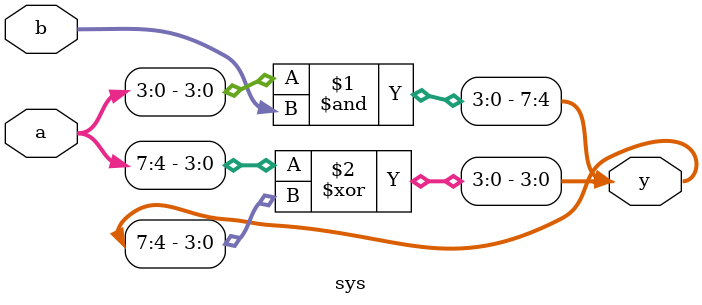
<source format=v>
module sys (y,a,b);

output [7:0] y;
input  [7:0] a;
input  [3:0] b;

assign y[7:4] = a[3:0] & b;
assign y[3:0] = a[7:4] ^ y[7:4];
endmodule

</source>
